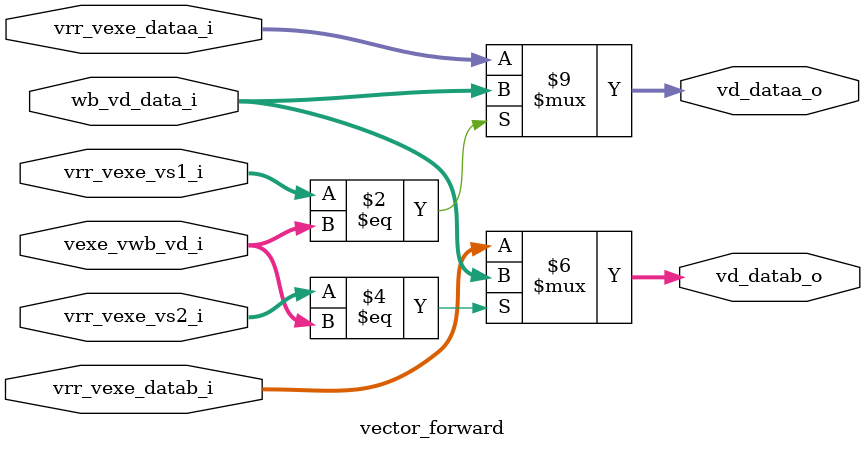
<source format=v>
module vector_forward(
	input			[4:0]		vrr_vexe_vs1_i,
	input			[4:0]		vrr_vexe_vs2_i,
	input			[4:0]		vexe_vwb_vd_i,
	input			[127:0]		vrr_vexe_dataa_i,
	input			[127:0]		vrr_vexe_datab_i,
	input			[127:0]		wb_vd_data_i,
	output	reg		[127:0]		vd_dataa_o,
	output	reg		[127:0]		vd_datab_o
);
	always @(*)
		begin
			if (vrr_vexe_vs1_i == vexe_vwb_vd_i)
				vd_dataa_o = wb_vd_data_i;
			else
				vd_dataa_o = vrr_vexe_dataa_i;
		end

	always @(*)
		begin
			if (vrr_vexe_vs2_i == vexe_vwb_vd_i)
				vd_datab_o = wb_vd_data_i;
			else
				vd_datab_o = vrr_vexe_datab_i;
		end
endmodule
</source>
